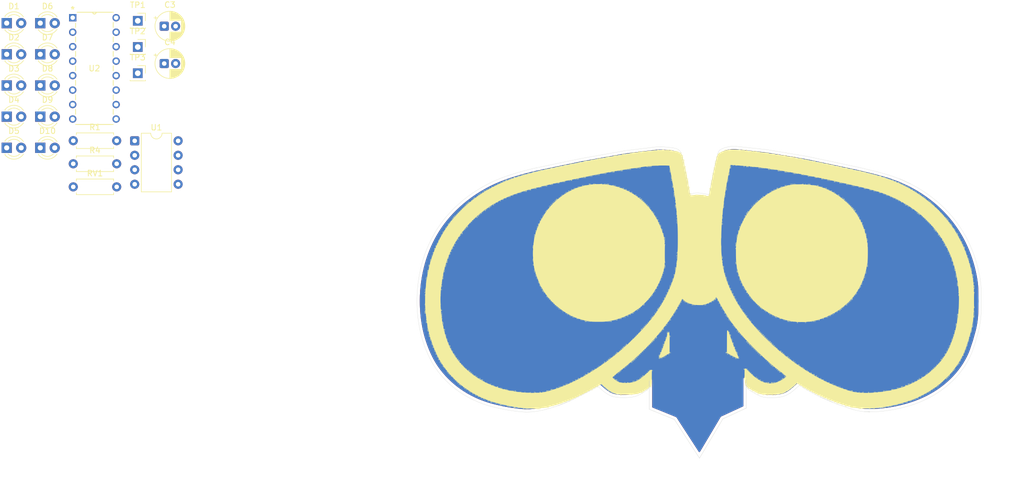
<source format=kicad_pcb>
(kicad_pcb (version 20241229) (generator "pcbnew") (generator_version "9.0")
  (layers (0 "F.Cu" signal) (2 "B.Cu" signal) (13 "F.Paste" user) (15 "B.Paste" user) (5 "F.SilkS" user "F.Silkscreen") (7 "B.SilkS" user "B.Silkscreen") (1 "F.Mask" user) (3 "B.Mask" user) (25 "Edge.Cuts" user))
  (net 0 "")
  (net 1 "GND")
  (net 2 "TR")
  (net 3 "Net-(U1-CV)")
  (net 4 "Net-(D1-K)")
  (net 5 "Net-(D1-A)")
  (net 6 "Net-(D2-A)")
  (net 7 "Net-(D3-A)")
  (net 8 "Net-(D4-A)")
  (net 9 "Net-(D5-A)")
  (net 10 "Net-(D6-A)")
  (net 11 "Net-(D7-A)")
  (net 12 "Net-(D8-A)")
  (net 13 "Net-(D9-A)")
  (net 14 "Net-(D10-A)")
  (net 15 "Net-(U1-DIS)")
  (net 16 "+5V")
  (net 17 "OUT")
  (footprint "LED_THT:LED_D3.0mm" (layer "F.Cu") (at 7.065 7.705)
    (property "Reference" "D7" (at 1.27 -2.96 0) (layer "F.SilkS"))
    (property "Value" "LED")
    (pad "1" thru_hole rect (at 0 0) (size 1.8 1.8) (drill 0.9) (layers "*.Cu" "*.Mask") (net 4 "Net-(D1-K)"))
    (pad "2" thru_hole circle (at 2.54 0) (size 1.8 1.8) (drill 0.9) (layers "*.Cu" "*.Mask"))
  )
  (footprint "Resistor_THT:R_Axial_DIN0207_L6.3mm_D2.5mm_P7.62mm_Horizontal" (layer "F.Cu") (at 12.855 26.915)
    (property "Reference" "R4" (at 3.81 -2.37 0) (layer "F.SilkS"))
    (property "Value" "470")
    (pad "1" thru_hole circle (at 0 0) (size 1.6 1.6) (drill 0.8) (layers "*.Cu" "*.Mask") (net 4 "Net-(D1-K)"))
    (pad "2" thru_hole circle (at 7.62 0) (size 1.6 1.6) (drill 0.8) (layers "*.Cu" "*.Mask") (net 1 "GND"))
  )
  (footprint "LED_THT:LED_D3.0mm" (layer "F.Cu") (at 7.065 13.175)
    (property "Reference" "D8" (at 1.27 -2.96 0) (layer "F.SilkS"))
    (property "Value" "LED")
    (pad "1" thru_hole rect (at 0 0) (size 1.8 1.8) (drill 0.9) (layers "*.Cu" "*.Mask") (net 4 "Net-(D1-K)"))
    (pad "2" thru_hole circle (at 2.54 0) (size 1.8 1.8) (drill 0.9) (layers "*.Cu" "*.Mask"))
  )
  (footprint "Capacitor_THT:CP_Radial_D5.0mm_P2.00mm" (layer "F.Cu") (at 28.814775 9.325)
    (property "Reference" "C4" (at 1 -3.75 0) (layer "F.SilkS"))
    (property "Value" "0.01 uF")
    (pad "1" thru_hole roundrect (at 0 0) (size 1.6 1.6) (drill 0.8) (layers "*.Cu" "*.Mask") (roundrect_rratio 0.15625) (net 1 "GND"))
    (pad "2" thru_hole circle (at 2 0) (size 1.6 1.6) (drill 0.8) (layers "*.Cu" "*.Mask"))
  )
  (footprint "LED_THT:LED_D3.0mm" (layer "F.Cu") (at 1.175 13.175)
    (property "Reference" "D3" (at 1.27 -2.96 0) (layer "F.SilkS"))
    (property "Value" "LED")
    (pad "1" thru_hole rect (at 0 0) (size 1.8 1.8) (drill 0.9) (layers "*.Cu" "*.Mask") (net 4 "Net-(D1-K)"))
    (pad "2" thru_hole circle (at 2.54 0) (size 1.8 1.8) (drill 0.9) (layers "*.Cu" "*.Mask"))
  )
  (footprint "Connector_PinSocket_2.54mm:PinSocket_1x01_P2.54mm_Vertical" (layer "F.Cu") (at 24.175 1.825)
    (property "Reference" "TP1" (at 0 -2.77 0) (layer "F.SilkS"))
    (property "Value" "TestPoint")
    (pad "1" thru_hole rect (at 0 0) (size 1.7 1.7) (drill 1) (layers "*.Cu" "*.Mask") (net 16 "+5V"))
  )
  (footprint "LED_THT:LED_D3.0mm" (layer "F.Cu") (at 7.065 18.645)
    (property "Reference" "D9" (at 1.27 -2.96 0) (layer "F.SilkS"))
    (property "Value" "LED")
    (pad "1" thru_hole rect (at 0 0) (size 1.8 1.8) (drill 0.9) (layers "*.Cu" "*.Mask") (net 4 "Net-(D1-K)"))
    (pad "2" thru_hole circle (at 2.54 0) (size 1.8 1.8) (drill 0.9) (layers "*.Cu" "*.Mask"))
  )
  (footprint "Connector_PinSocket_2.54mm:PinSocket_1x01_P2.54mm_Vertical" (layer "F.Cu") (at 24.175 11.025)
    (property "Reference" "TP3" (at 0 -2.77 0) (layer "F.SilkS"))
    (property "Value" "TestPoint")
    (pad "1" thru_hole rect (at 0 0) (size 1.7 1.7) (drill 1) (layers "*.Cu" "*.Mask"))
  )
  (footprint "LED_THT:LED_D3.0mm" (layer "F.Cu") (at 1.175 7.705)
    (property "Reference" "D2" (at 1.27 -2.96 0) (layer "F.SilkS"))
    (property "Value" "LED")
    (pad "1" thru_hole rect (at 0 0) (size 1.8 1.8) (drill 0.9) (layers "*.Cu" "*.Mask") (net 4 "Net-(D1-K)"))
    (pad "2" thru_hole circle (at 2.54 0) (size 1.8 1.8) (drill 0.9) (layers "*.Cu" "*.Mask"))
  )
  (footprint "Package_DIP:DIP-8_W7.62mm" (layer "F.Cu") (at 23.635 22.885)
    (property "Reference" "U1" (at 3.81 -2.33 0) (layer "F.SilkS"))
    (property "Value" "NE555P")
    (pad "1" thru_hole roundrect (at 0 0) (size 1.6 1.6) (drill 0.8) (layers "*.Cu" "*.Mask") (roundrect_rratio 0.15625) (net 1 "GND"))
    (pad "2" thru_hole circle (at 0 2.54) (size 1.6 1.6) (drill 0.8) (layers "*.Cu" "*.Mask") (net 2 "TR"))
    (pad "3" thru_hole circle (at 0 5.08) (size 1.6 1.6) (drill 0.8) (layers "*.Cu" "*.Mask") (net 17 "OUT"))
    (pad "4" thru_hole circle (at 0 7.62) (size 1.6 1.6) (drill 0.8) (layers "*.Cu" "*.Mask") (net 16 "+5V"))
    (pad "5" thru_hole circle (at 7.62 7.62) (size 1.6 1.6) (drill 0.8) (layers "*.Cu" "*.Mask") (net 3 "Net-(U1-CV)"))
    (pad "6" thru_hole circle (at 7.62 5.08) (size 1.6 1.6) (drill 0.8) (layers "*.Cu" "*.Mask") (net 2 "TR"))
    (pad "7" thru_hole circle (at 7.62 2.54) (size 1.6 1.6) (drill 0.8) (layers "*.Cu" "*.Mask") (net 15 "Net-(U1-DIS)"))
    (pad "8" thru_hole circle (at 7.62 0) (size 1.6 1.6) (drill 0.8) (layers "*.Cu" "*.Mask") (net 16 "+5V"))
  )
  (footprint "SKNEW:N16" (layer "F.Cu") (at 20.3779 19.0627)
    (property "Reference" "U2" (at -3.81 -8.89 0) (layer "F.SilkS"))
    (property "Value" "4017")
    (fp_text user "*" (at -7.62 -19.1897 0) (layer "F.SilkS"))
    (fp_text user "*" (at -7.62 -19.1897 0) (layer "F.SilkS"))
    (pad "1" thru_hole rect (at -7.62 -17.78) (size 1.2954 1.2954) (drill 0.7874) (layers "*.Cu" "*.Mask") (net 10 "Net-(D6-A)"))
    (pad "2" thru_hole circle (at -7.62 -15.24) (size 1.2954 1.2954) (drill 0.7874) (layers "*.Cu" "*.Mask") (net 6 "Net-(D2-A)"))
    (pad "3" thru_hole circle (at -7.62 -12.7) (size 1.2954 1.2954) (drill 0.7874) (layers "*.Cu" "*.Mask") (net 5 "Net-(D1-A)"))
    (pad "4" thru_hole circle (at -7.62 -10.16) (size 1.2954 1.2954) (drill 0.7874) (layers "*.Cu" "*.Mask") (net 7 "Net-(D3-A)"))
    (pad "5" thru_hole circle (at -7.62 -7.62) (size 1.2954 1.2954) (drill 0.7874) (layers "*.Cu" "*.Mask") (net 11 "Net-(D7-A)"))
    (pad "6" thru_hole circle (at -7.62 -5.08) (size 1.2954 1.2954) (drill 0.7874) (layers "*.Cu" "*.Mask") (net 12 "Net-(D8-A)"))
    (pad "7" thru_hole circle (at -7.62 -2.54) (size 1.2954 1.2954) (drill 0.7874) (layers "*.Cu" "*.Mask") (net 8 "Net-(D4-A)"))
    (pad "8" thru_hole circle (at -7.62 0) (size 1.2954 1.2954) (drill 0.7874) (layers "*.Cu" "*.Mask") (net 1 "GND"))
    (pad "9" thru_hole circle (at 0 0) (size 1.2954 1.2954) (drill 0.7874) (layers "*.Cu" "*.Mask") (net 13 "Net-(D9-A)"))
    (pad "10" thru_hole circle (at 0 -2.54) (size 1.2954 1.2954) (drill 0.7874) (layers "*.Cu" "*.Mask") (net 9 "Net-(D5-A)"))
    (pad "11" thru_hole circle (at 0 -5.08) (size 1.2954 1.2954) (drill 0.7874) (layers "*.Cu" "*.Mask") (net 14 "Net-(D10-A)"))
    (pad "12" thru_hole circle (at 0 -7.62) (size 1.2954 1.2954) (drill 0.7874) (layers "*.Cu" "*.Mask"))
    (pad "13" thru_hole circle (at 0 -10.16) (size 1.2954 1.2954) (drill 0.7874) (layers "*.Cu" "*.Mask") (net 1 "GND"))
    (pad "14" thru_hole circle (at 0 -12.7) (size 1.2954 1.2954) (drill 0.7874) (layers "*.Cu" "*.Mask") (net 17 "OUT"))
    (pad "15" thru_hole circle (at 0 -15.24) (size 1.2954 1.2954) (drill 0.7874) (layers "*.Cu" "*.Mask") (net 1 "GND"))
    (pad "16" thru_hole circle (at 0 -17.78) (size 1.2954 1.2954) (drill 0.7874) (layers "*.Cu" "*.Mask") (net 16 "+5V"))
  )
  (footprint "LED_THT:LED_D3.0mm" (layer "F.Cu") (at 7.065 24.115)
    (property "Reference" "D10" (at 1.27 -2.96 0) (layer "F.SilkS"))
    (property "Value" "LED")
    (pad "1" thru_hole rect (at 0 0) (size 1.8 1.8) (drill 0.9) (layers "*.Cu" "*.Mask") (net 4 "Net-(D1-K)"))
    (pad "2" thru_hole circle (at 2.54 0) (size 1.8 1.8) (drill 0.9) (layers "*.Cu" "*.Mask"))
  )
  (footprint "LED_THT:LED_D3.0mm" (layer "F.Cu") (at 1.175 2.235)
    (property "Reference" "D1" (at 1.27 -2.96 0) (layer "F.SilkS"))
    (property "Value" "LED")
    (pad "1" thru_hole rect (at 0 0) (size 1.8 1.8) (drill 0.9) (layers "*.Cu" "*.Mask"))
    (pad "2" thru_hole circle (at 2.54 0) (size 1.8 1.8) (drill 0.9) (layers "*.Cu" "*.Mask"))
  )
  (footprint "Connector_PinSocket_2.54mm:PinSocket_1x01_P2.54mm_Vertical" (layer "F.Cu") (at 24.175 6.425)
    (property "Reference" "TP2" (at 0 -2.77 0) (layer "F.SilkS"))
    (property "Value" "TestPoint")
    (pad "1" thru_hole rect (at 0 0) (size 1.7 1.7) (drill 1) (layers "*.Cu" "*.Mask") (net 1 "GND"))
  )
  (footprint "LED_THT:LED_D3.0mm" (layer "F.Cu") (at 1.175 18.645)
    (property "Reference" "D4" (at 1.27 -2.96 0) (layer "F.SilkS"))
    (property "Value" "LED")
    (pad "1" thru_hole rect (at 0 0) (size 1.8 1.8) (drill 0.9) (layers "*.Cu" "*.Mask") (net 4 "Net-(D1-K)"))
    (pad "2" thru_hole circle (at 2.54 0) (size 1.8 1.8) (drill 0.9) (layers "*.Cu" "*.Mask"))
  )
  (footprint "Resistor_THT:R_Axial_DIN0207_L6.3mm_D2.5mm_P7.62mm_Horizontal" (layer "F.Cu") (at 12.855 22.865)
    (property "Reference" "R1" (at 3.81 -2.37 0) (layer "F.SilkS"))
    (property "Value" "1k")
    (pad "1" thru_hole circle (at 0 0) (size 1.6 1.6) (drill 0.8) (layers "*.Cu" "*.Mask"))
    (pad "2" thru_hole circle (at 7.62 0) (size 1.6 1.6) (drill 0.8) (layers "*.Cu" "*.Mask"))
  )
  (footprint "LED_THT:LED_D3.0mm" (layer "F.Cu") (at 7.065 2.235)
    (property "Reference" "D6" (at 1.27 -2.96 0) (layer "F.SilkS"))
    (property "Value" "LED")
    (pad "1" thru_hole rect (at 0 0) (size 1.8 1.8) (drill 0.9) (layers "*.Cu" "*.Mask") (net 4 "Net-(D1-K)"))
    (pad "2" thru_hole circle (at 2.54 0) (size 1.8 1.8) (drill 0.9) (layers "*.Cu" "*.Mask"))
  )
  (footprint "PICS:4" (layer "F.Cu") (at 122.75 47.15)
    (property "Reference" "G***" (at 0 0 0) (layer "F.SilkS") (effects (font (size 1.5 1.5) (thickness 0.3))))
    (property "Value" "LOGO" (hide yes))
  )
  (footprint "Capacitor_THT:CP_Radial_D5.0mm_P2.00mm" (layer "F.Cu") (at 28.814775 2.775)
    (property "Reference" "C3" (at 1 -3.75 0) (layer "F.SilkS"))
    (property "Value" "1 uF")
    (pad "1" thru_hole roundrect (at 0 0) (size 1.6 1.6) (drill 0.8) (layers "*.Cu" "*.Mask") (roundrect_rratio 0.15625))
    (pad "2" thru_hole circle (at 2 0) (size 1.6 1.6) (drill 0.8) (layers "*.Cu" "*.Mask"))
  )
  (footprint "LED_THT:LED_D3.0mm" (layer "F.Cu") (at 1.175 24.115)
    (property "Reference" "D5" (at 1.27 -2.96 0) (layer "F.SilkS"))
    (property "Value" "LED")
    (pad "1" thru_hole rect (at 0 0) (size 1.8 1.8) (drill 0.9) (layers "*.Cu" "*.Mask") (net 4 "Net-(D1-K)"))
    (pad "2" thru_hole circle (at 2.54 0) (size 1.8 1.8) (drill 0.9) (layers "*.Cu" "*.Mask"))
  )
  (footprint "Resistor_THT:R_Axial_DIN0207_L6.3mm_D2.5mm_P7.62mm_Horizontal" (layer "F.Cu") (at 12.855 30.965)
    (property "Reference" "RV1" (at 3.81 -2.37 0) (layer "F.SilkS"))
    (property "Value" "50k")
    (pad "1" thru_hole circle (at 0 0) (size 1.6 1.6) (drill 0.8) (layers "*.Cu" "*.Mask") (net 15 "Net-(U1-DIS)"))
    (pad "2" thru_hole circle (at 7.62 0) (size 1.6 1.6) (drill 0.8) (layers "*.Cu" "*.Mask") (net 15 "Net-(U1-DIS)"))
  )
  (gr_line (start 97.973596 69.339751) (end 100.052427 68.490855) (stroke (width 0.0378)) (layer "Edge.Cuts"))
  (gr_line (start 124.615904 31.537441) (end 124.520089 32.050705) (stroke (width 0.0378)) (layer "Edge.Cuts"))
  (gr_arc (start 159.911748 69.269892) (mid 157.445571 69.918146) (end 154.927997 70.321214) (stroke (width 0.0378)) (layer "Edge.Cuts"))
  (gr_line (start 159.740987 30.42495) (end 157.921154 29.590154) (stroke (width 0.0378)) (layer "Edge.Cuts"))
  (gr_line (start 124.845661 30.222408) (end 124.615904 31.537441) (stroke (width 0.0378)) (layer "Edge.Cuts"))
  (gr_line (start 120.793434 31.695835) (end 120.548354 30.250729) (stroke (width 0.0378)) (layer "Edge.Cuts"))
  (gr_line (start 119.647972 25.827722) (end 119.522833 25.255266) (stroke (width 0.0378)) (layer "Edge.Cuts"))
  (gr_line (start 120.290495 28.855673) (end 120.119012 28.00407) (stroke (width 0.0378)) (layer "Edge.Cuts"))
  (gr_line (start 172.167746 52.581774) (end 172.206534 51.02133) (stroke (width 0.0378)) (layer "Edge.Cuts"))
  (gr_arc (start 164.309293 33.435895) (mid 166.246156 35.260535) (end 167.946511 37.307373) (stroke (width 0.0378)) (layer "Edge.Cuts"))
  (gr_arc (start 119.233742 24.595991) (mid 119.314342 24.686508) (end 119.38367 24.785923) (stroke (width 0.0378)) (layer "Edge.Cuts"))
  (gr_arc (start 73.175075 50.050115) (mid 73.454572 47.15039) (end 74.067411 44.302417) (stroke (width 0.0378)) (layer "Edge.Cuts"))
  (gr_arc (start 120.91633 32.075344) (mid 120.842814 31.897243) (end 120.793434 31.695835) (stroke (width 0.0378)) (layer "Edge.Cuts"))
  (gr_line (start 141.659229 25.623794) (end 134.562748 24.435896) (stroke (width 0.0378)) (layer "Edge.Cuts"))
  (gr_arc (start 138.608123 67.175465) (mid 138.178598 67.430347) (end 137.721835 67.632395) (stroke (width 0.0378)) (layer "Edge.Cuts"))
  (gr_arc (start 133.97634 67.862703) (mid 133.715516 67.797378) (end 133.46185 67.708215) (stroke (width 0.0378)) (layer "Edge.Cuts"))
  (gr_line (start 153.877869 28.302408) (end 150.698014 27.541294) (stroke (width 0.0378)) (layer "Edge.Cuts"))
  (gr_arc (start 126.378181 24.458841) (mid 126.569824 24.346245) (end 126.770642 24.250971) (stroke (width 0.0378)) (layer "Edge.Cuts"))
  (gr_arc (start 78.808892 65.488218) (mid 77.798204 64.477044) (end 76.87965 63.381497) (stroke (width 0.0378)) (layer "Edge.Cuts"))
  (gr_arc (start 100.052427 68.490855) (mid 96.826902 69.720697) (end 95.663631 70.047539) (stroke (width 0.0378)) (layer "Edge.Cuts"))
  (gr_arc (start 152.622552 70.46065) (mid 150.576737 70.25292) (end 149.528923 69.996669) (stroke (width 0.0378)) (layer "Edge.Cuts"))
  (gr_arc (start 91.518473 70.445256) (mid 90.16486 70.293225) (end 88.819427 70.080636) (stroke (width 0.0378)) (layer "Edge.Cuts"))
  (gr_arc (start 157.921154 29.590154) (mid 162.109395 31.802588) (end 164.309293 33.435895) (stroke (width 0.0378)) (layer "Edge.Cuts"))
  (gr_arc (start 164.205638 67.304892) (mid 162.119187 68.419582) (end 159.911748 69.269892) (stroke (width 0.0378)) (layer "Edge.Cuts"))
  (gr_line (start 102.851989 67.105486) (end 104.901963 65.964574) (stroke (width 0.0378)) (layer "Edge.Cuts"))
  (gr_arc (start 124.26359 32.280557) (mid 124.084001 32.258022) (end 123.90612 32.2246) (stroke (width 0.0378)) (layer "Edge.Cuts"))
  (gr_line (start 134.562748 24.435896) (end 129.194659 23.858415) (stroke (width 0.0378)) (layer "Edge.Cuts"))
  (gr_arc (start 172.167746 52.581774) (mid 172.087878 54.093087) (end 171.978928 54.915229) (stroke (width 0.0378)) (layer "Edge.Cuts"))
  (gr_line (start 119.953887 27.226729) (end 119.796405 26.506602) (stroke (width 0.0378)) (layer "Edge.Cuts"))
  (gr_arc (start 131.014961 65.757972) (mid 130.964398 65.268828) (end 130.947514 64.777329) (stroke (width 0.0378)) (layer "Edge.Cuts"))
  (gr_line (start 118.338757 71.783173) (end 122.74 78.57) (stroke (width 0.05)) (layer "Edge.Cuts"))
  (gr_arc (start 167.645838 64.49788) (mid 166.018661 66.01527) (end 164.205638 67.304892) (stroke (width 0.0378)) (layer "Edge.Cuts"))
  (gr_arc (start 111.572209 67.69885) (mid 111.130405 67.8156) (end 110.678843 67.885698) (stroke (width 0.0378)) (layer "Edge.Cuts"))
  (gr_arc (start 117.945482 24.097846) (mid 118.467486 24.195614) (end 118.778315 24.301826) (stroke (width 0.0378)) (layer "Edge.Cuts"))
  (gr_line (start 119.796405 26.506602) (end 119.647972 25.827722) (stroke (width 0.0378)) (layer "Edge.Cuts"))
  (gr_arc (start 134.744953 67.939469) (mid 134.271092 67.910473) (end 133.97634 67.862703) (stroke (width 0.0378)) (layer "Edge.Cuts"))
  (gr_arc (start 93.592224 70.42444) (mid 92.555866 70.48645) (end 91.518473 70.445256) (stroke (width 0.0378)) (layer "Edge.Cuts"))
  (gr_arc (start 146.150147 68.788859) (mid 142.597552 67.153572) (end 141.333483 66.433125) (stroke (width 0.0378)) (layer "Edge.Cuts"))
  (gr_line (start 120.548354 30.250729) (end 120.443627 29.654245) (stroke (width 0.0378)) (layer "Edge.Cuts"))
  (gr_arc (start 121.973991 32.052492) (mid 122.256888 32.036258) (end 122.540248 32.037361) (stroke (width 0.0378)) (layer "Edge.Cuts"))
  (gr_line (start 156.142183 28.948045) (end 153.877869 28.302408) (stroke (width 0.0378)) (layer "Edge.Cuts"))
  (gr_arc (start 113.417764 66.690179) (mid 112.921608 67.022295) (end 112.410148 67.330321) (stroke (width 0.0378)) (layer "Edge.Cuts"))
  (gr_line (start 152.622552 70.46065) (end 152.288923 70.442779) (stroke (width 0.0378)) (layer "Edge.Cuts"))
  (gr_line (start 125.169222 28.562721) (end 124.845661 30.222408) (stroke (width 0.0378)) (layer "Edge.Cuts"))
  (gr_line (start 130.947514 69.78) (end 126.843757 71.673664) (stroke (width 0.05)) (layer "Edge.Cuts"))
  (gr_arc (start 73.628079 55.811958) (mid 73.233407 52.944258) (end 73.175075 50.050115) (stroke (width 0.0378)) (layer "Edge.Cuts"))
  (gr_line (start 171.192816 58.104833) (end 171.677057 56.376539) (stroke (width 0.0378)) (layer "Edge.Cuts"))
  (gr_line (start 172.206534 51.02133) (end 172.158921 48.781399) (stroke (width 0.0378)) (layer "Edge.Cuts"))
  (gr_arc (start 126.770642 24.250971) (mid 127.95892 23.909618) (end 129.194659 23.858415) (stroke (width 0.0378)) (layer "Edge.Cuts"))
  (gr_line (start 150.698014 27.541294) (end 141.659229 25.623794) (stroke (width 0.0378)) (layer "Edge.Cuts"))
  (gr_arc (start 131.246773 66.340232) (mid 131.095536 66.063168) (end 131.014961 65.757972) (stroke (width 0.0378)) (layer "Edge.Cuts"))
  (gr_arc (start 75.409969 61.029811) (mid 74.343956 58.48067) (end 73.628079 55.811958) (stroke (width 0.0378)) (layer "Edge.Cuts"))
  (gr_line (start 100.052427 68.490855) (end 100.406593 68.34623) (stroke (width 0.0378)) (layer "Edge.Cuts"))
  (gr_arc (start 136.730707 67.876974) (mid 136.108368 67.936395) (end 135.483426 67.956227) (stroke (width 0.0378)) (layer "Edge.Cuts"))
  (gr_arc (start 119.026954 24.430095) (mid 119.134825 24.507463) (end 119.233742 24.595991) (stroke (width 0.0378)) (layer "Edge.Cuts"))
  (gr_arc (start 125.960948 25.120198) (mid 126.050363 24.86684) (end 126.147235 24.690504) (stroke (width 0.0378)) (layer "Edge.Cuts"))
  (gr_line (start 157.921154 29.590154) (end 157.975764 29.615205) (stroke (width 0.0378)) (layer "Edge.Cuts"))
  (gr_arc (start 113.858734 66.178259) (mid 113.799255 66.314841) (end 113.710676 66.434617) (stroke (width 0.0378)) (layer "Edge.Cuts"))
  (gr_arc (start 76.246136 39.126278) (mid 77.346135 37.435336) (end 78.608877 35.862197) (stroke (width 0.0378)) (layer "Edge.Cuts"))
  (gr_line (start 125.506191 26.945695) (end 125.169222 28.562721) (stroke (width 0.0378)) (layer "Edge.Cuts"))
  (gr_arc (start 137.721835 67.632395) (mid 137.233311 67.783212) (end 136.730707 67.876974) (stroke (width 0.0378)) (layer "Edge.Cuts"))
  (gr_line (start 104.901963 65.964574) (end 105.550586 66.534071) (stroke (width 0.0378)) (layer "Edge.Cuts"))
  (gr_arc (start 107.31264 67.673483) (mid 106.883691 67.488743) (end 106.481071 67.252051) (stroke (width 0.0378)) (layer "Edge.Cuts"))
  (gr_line (start 130.947516 64.777329) (end 130.947514 69.78) (stroke (width 0.05)) (layer "Edge.Cuts"))
  (gr_arc (start 95.663631 70.047539) (mid 94.634573 70.272512) (end 93.592224 70.42444) (stroke (width 0.0378)) (layer "Edge.Cuts"))
  (gr_line (start 113.937514 64.996345) (end 113.937514 70) (stroke (width 0.05)) (layer "Edge.Cuts"))
  (gr_arc (start 86.046652 69.449779) (mid 84.862612 69.081194) (end 83.705917 68.634135) (stroke (width 0.0378)) (layer "Edge.Cuts"))
  (gr_arc (start 114.376799 24.047721) (mid 115.63415 23.930162) (end 116.102969 23.93061) (stroke (width 0.0378)) (layer "Edge.Cuts"))
  (gr_arc (start 88.819427 70.080636) (mid 87.42601 69.796104) (end 86.046652 69.449779) (stroke (width 0.0378)) (layer "Edge.Cuts"))
  (gr_line (start 113.937514 70) (end 118.338757 71.783173) (stroke (width 0.05)) (layer "Edge.Cuts"))
  (gr_arc (start 121.495105 32.14142) (mid 121.732419 32.085488) (end 121.973991 32.052492) (stroke (width 0.0378)) (layer "Edge.Cuts"))
  (gr_arc (start 109.496014 67.948632) (mid 108.869312 67.934379) (end 108.244314 67.886053) (stroke (width 0.0378)) (layer "Edge.Cuts"))
  (gr_arc (start 171.978928 54.915229) (mid 171.844078 55.649193) (end 171.677057 56.376539) (stroke (width 0.0378)) (layer "Edge.Cuts"))
  (gr_line (start 120.443627 29.654245) (end 120.290495 28.855673) (stroke (width 0.0378)) (layer "Edge.Cuts"))
  (gr_arc (start 78.608877 35.862197) (mid 80.065003 34.36362) (end 81.649482 33.001466) (stroke (width 0.0378)) (layer "Edge.Cuts"))
  (gr_line (start 143.909786 67.821434) (end 146.150147 68.788859) (stroke (width 0.0378)) (layer "Edge.Cuts"))
  (gr_line (start 101.874653 26.00316) (end 94.119754 27.618156) (stroke (width 0.0378)) (layer "Edge.Cuts"))
  (gr_line (start 117.945482 24.097846) (end 117.165407 23.995774) (stroke (width 0.0378)) (layer "Edge.Cuts"))
  (gr_line (start 139.531018 66.44681) (end 140.255045 65.783627) (stroke (width 0.0378)) (layer "Edge.Cuts"))
  (gr_arc (start 124.424065 32.224255) (mid 124.35 32.27) (end 124.26359 32.280557) (stroke (width 0.0378)) (layer "Edge.Cuts"))
  (gr_arc (start 83.705917 68.634135) (mid 82.381893 68.003741) (end 81.115488 67.264382) (stroke (width 0.0378)) (layer "Edge.Cuts"))
  (gr_arc (start 118.778315 24.301826) (mid 118.905586 24.360239) (end 119.026954 24.430095) (stroke (width 0.0378)) (layer "Edge.Cuts"))
  (gr_line (start 119.522833 25.255266) (end 119.463913 24.985516) (stroke (width 0.0378)) (layer "Edge.Cuts"))
  (gr_line (start 152.288923 70.442779) (end 153.15494 70.435732) (stroke (width 0.0378)) (layer "Edge.Cuts"))
  (gr_line (start 146.150147 68.788859) (end 146.787963 69.064278) (stroke (width 0.0378)) (layer "Edge.Cuts"))
  (gr_arc (start 171.992728 47.151757) (mid 172.099196 47.964068) (end 172.158921 48.781399) (stroke (width 0.0378)) (layer "Edge.Cuts"))
  (gr_arc (start 126.147235 24.690504) (mid 126.250407 24.56241) (end 126.378181 24.458841) (stroke (width 0.0378)) (layer "Edge.Cuts"))
  (gr_line (start 151.644192 70.408244) (end 152.622552 70.46065) (stroke (width 0.0378)) (layer "Edge.Cuts"))
  (gr_arc (start 76.87965 63.381497) (mid 76.088633 62.240761) (end 75.409969 61.029811) (stroke (width 0.0378)) (layer "Edge.Cuts"))
  (gr_line (start 154.080585 70.394411) (end 154.927997 70.321214) (stroke (width 0.0378)) (layer "Edge.Cuts"))
  (gr_arc (start 133.46185 67.708215) (mid 133.14646 67.572313) (end 132.837417 67.422285) (stroke (width 0.0378)) (layer "Edge.Cuts"))
  (gr_arc (start 139.531018 66.44681) (mid 139.082901 66.828058) (end 138.608123 67.175465) (stroke (width 0.0378)) (layer "Edge.Cuts"))
  (gr_arc (start 170.117099 60.963229) (mid 169.008959 62.81969) (end 167.645838 64.49788) (stroke (width 0.0378)) (layer "Edge.Cuts"))
  (gr_arc (start 119.38367 24.785923) (mid 119.432149 24.882346) (end 119.463913 24.985516) (stroke (width 0.0378)) (layer "Edge.Cuts"))
  (gr_arc (start 112.410148 67.330321) (mid 112.000752 67.536353) (end 111.572209 67.69885) (stroke (width 0.0378)) (layer "Edge.Cuts"))
  (gr_arc (start 167.946511 37.307373) (mid 169.379923 39.539101) (end 170.529914 41.929248) (stroke (width 0.0378)) (layer "Edge.Cuts"))
  (gr_line (start 120.119012 28.00407) (end 119.953887 27.226729) (stroke (width 0.0378)) (layer "Edge.Cuts"))
  (gr_arc (start 81.115488 67.264382) (mid 79.924103 66.425762) (end 78.808892 65.488218) (stroke (width 0.0378)) (layer "Edge.Cuts"))
  (gr_arc (start 113.710676 66.434617) (mid 113.570847 66.569994) (end 113.417764 66.690179) (stroke (width 0.0378)) (layer "Edge.Cuts"))
  (gr_line (start 153.15494 70.435732) (end 154.080585 70.394411) (stroke (width 0.0378)) (layer "Edge.Cuts"))
  (gr_arc (start 74.067411 44.302417) (mid 74.99024 41.644251) (end 76.246136 39.126278) (stroke (width 0.0378)) (layer "Edge.Cuts"))
  (gr_arc (start 89.178514 28.980116) (mid 91.632298 28.238136) (end 94.119754 27.618156) (stroke (width 0.0378)) (layer "Edge.Cuts"))
  (gr_arc (start 124.520089 32.050705) (mid 124.485014 32.14465) (end 124.424065 32.224255) (stroke (width 0.0378)) (layer "Edge.Cuts"))
  (gr_line (start 126.843755 71.673665) (end 122.74 78.57) (stroke (width 0.05)) (layer "Edge.Cuts"))
  (gr_line (start 123.90612 32.2246) (end 123.186069 32.094386) (stroke (width 0.0378)) (layer "Edge.Cuts"))
  (gr_arc (start 85.225699 30.670671) (mid 87.165818 29.740544) (end 89.178514 28.980116) (stroke (width 0.0378)) (layer "Edge.Cuts"))
  (gr_arc (start 121.495105 32.14142) (mid 121.304356 32.181859) (end 121.10982 32.195143) (stroke (width 0.0378)) (layer "Edge.Cuts"))
  (gr_arc (start 113.9239 65.743768) (mid 113.903273 65.990067) (end 113.858734 66.178259) (stroke (width 0.0378)) (layer "Edge.Cuts"))
  (gr_line (start 113.9239 65.743768) (end 113.937514 64.996345) (stroke (width 0.0378)) (layer "Edge.Cuts"))
  (gr_line (start 109.73263 24.601625) (end 101.874653 26.00316) (stroke (width 0.0378)) (layer "Edge.Cuts"))
  (gr_line (start 140.255045 65.783627) (end 141.333483 66.433125) (stroke (width 0.0378)) (layer "Edge.Cuts"))
  (gr_line (start 170.818916 59.218175) (end 171.192816 58.104833) (stroke (width 0.0378)) (layer "Edge.Cuts"))
  (gr_line (start 100.406593 68.34623) (end 102.851989 67.105486) (stroke (width 0.0378)) (layer "Edge.Cuts"))
  (gr_arc (start 81.649482 33.001466) (mid 83.386484 31.757654) (end 85.225699 30.670671) (stroke (width 0.0378)) (layer "Edge.Cuts"))
  (gr_arc (start 170.818916 59.218175) (mid 170.394806 60.368621) (end 170.117099 60.963229) (stroke (width 0.0378)) (layer "Edge.Cuts"))
  (gr_arc (start 131.865844 66.87489) (mid 131.474438 66.599739) (end 131.246773 66.340232) (stroke (width 0.0378)) (layer "Edge.Cuts"))
  (gr_line (start 125.773371 25.799308) (end 125.506191 26.945695) (stroke (width 0.0378)) (layer "Edge.Cuts"))
  (gr_arc (start 106.481071 67.252051) (mid 106.004408 66.907762) (end 105.550586 66.534071) (stroke (width 0.0378)) (layer "Edge.Cuts"))
  (gr_line (start 157.975764 29.615205) (end 156.142183 28.948045) (stroke (width 0.0378)) (layer "Edge.Cuts"))
  (gr_arc (start 122.540248 32.037361) (mid 122.863844 32.057211) (end 123.186069 32.094386) (stroke (width 0.0378)) (layer "Edge.Cuts"))
  (gr_line (start 117.165407 23.995774) (end 116.102969 23.93061) (stroke (width 0.0378)) (layer "Edge.Cuts"))
  (gr_line (start 131.865844 66.87489) (end 132.837417 67.422285) (stroke (width 0.0378)) (layer "Edge.Cuts"))
  (gr_line (start 146.787963 69.064278) (end 149.528923 69.996669) (stroke (width 0.0378)) (layer "Edge.Cuts"))
  (gr_arc (start 170.529914 41.929248) (mid 171.410447 44.498732) (end 171.992728 47.151757) (stroke (width 0.0378)) (layer "Edge.Cuts"))
  (gr_arc (start 108.244314 67.886053) (mid 107.772094 67.807742) (end 107.31264 67.673483) (stroke (width 0.0378)) (layer "Edge.Cuts"))
  (gr_arc (start 110.678843 67.885698) (mid 110.088195 67.931564) (end 109.496014 67.948632) (stroke (width 0.0378)) (layer "Edge.Cuts"))
  (gr_line (start 125.960948 25.120198) (end 125.773371 25.799308) (stroke (width 0.0378)) (layer "Edge.Cuts"))
  (gr_arc (start 121.10982 32.195143) (mid 120.996112 32.162647) (end 120.91633 32.075344) (stroke (width 0.0378)) (layer "Edge.Cuts"))
  (gr_line (start 114.376799 24.047721) (end 109.73263 24.601625) (stroke (width 0.0378)) (layer "Edge.Cuts"))
  (gr_line (start 134.744953 67.939469) (end 135.483426 67.956227) (stroke (width 0.0378)) (layer "Edge.Cuts"))
  (zone (net 1) (net_name "GND") (layers "F.Cu" "B.Cu") (connect_pads (clearance 0.5)) (min_thickness 0.25) (fill yes (thermal_gap 0.5) (thermal_bridge_width 0.5))
    (polygon (pts (xy 67.3 21.31) (xy 67.92 86.65) (xy 179.69 86.44) (xy 178.46 21.51)))
  )
)
</source>
